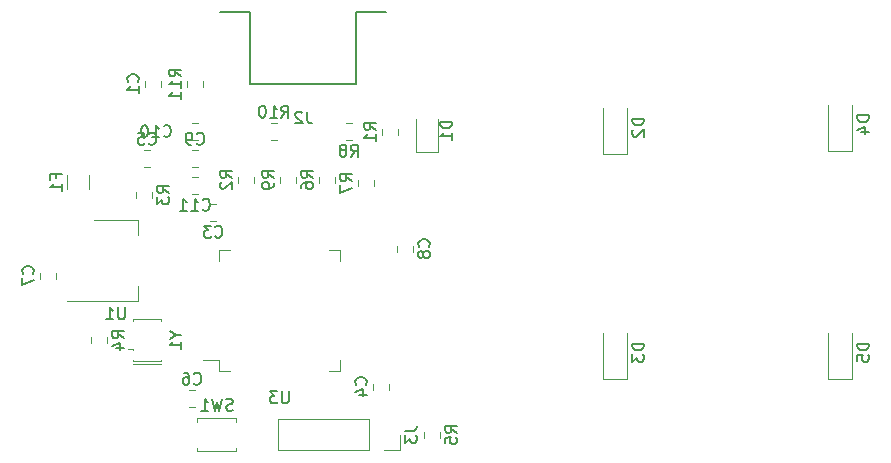
<source format=gbr>
G04 #@! TF.GenerationSoftware,KiCad,Pcbnew,5.1.0*
G04 #@! TF.CreationDate,2019-05-04T21:29:49+08:00*
G04 #@! TF.ProjectId,pcbtest,70636274-6573-4742-9e6b-696361645f70,rev?*
G04 #@! TF.SameCoordinates,Original*
G04 #@! TF.FileFunction,Legend,Bot*
G04 #@! TF.FilePolarity,Positive*
%FSLAX46Y46*%
G04 Gerber Fmt 4.6, Leading zero omitted, Abs format (unit mm)*
G04 Created by KiCad (PCBNEW 5.1.0) date 2019-05-04 21:29:49*
%MOMM*%
%LPD*%
G04 APERTURE LIST*
%ADD10C,0.120000*%
%ADD11C,0.200000*%
%ADD12C,0.150000*%
G04 APERTURE END LIST*
D10*
X177682000Y-96383000D02*
X178632000Y-96383000D01*
X178632000Y-96383000D02*
X178632000Y-97333000D01*
X169362000Y-96383000D02*
X168412000Y-96383000D01*
X168412000Y-96383000D02*
X168412000Y-97333000D01*
X177682000Y-106603000D02*
X178632000Y-106603000D01*
X178632000Y-106603000D02*
X178632000Y-105653000D01*
X169362000Y-106603000D02*
X168412000Y-106603000D01*
X168412000Y-106603000D02*
X168412000Y-105653000D01*
X168412000Y-105653000D02*
X167072000Y-105653000D01*
X162104000Y-82034748D02*
X162104000Y-82557252D01*
X163524000Y-82034748D02*
X163524000Y-82557252D01*
X167641748Y-93928000D02*
X168164252Y-93928000D01*
X167641748Y-92508000D02*
X168164252Y-92508000D01*
X182828000Y-107679748D02*
X182828000Y-108202252D01*
X181408000Y-107679748D02*
X181408000Y-108202252D01*
X162558252Y-87936000D02*
X162035748Y-87936000D01*
X162558252Y-89356000D02*
X162035748Y-89356000D01*
X166368252Y-108256000D02*
X165845748Y-108256000D01*
X166368252Y-109676000D02*
X165845748Y-109676000D01*
X154634000Y-98281748D02*
X154634000Y-98804252D01*
X153214000Y-98281748D02*
X153214000Y-98804252D01*
X183440000Y-96527252D02*
X183440000Y-96004748D01*
X184860000Y-96527252D02*
X184860000Y-96004748D01*
X166622252Y-87936000D02*
X166099748Y-87936000D01*
X166622252Y-89356000D02*
X166099748Y-89356000D01*
X166108748Y-85650000D02*
X166631252Y-85650000D01*
X166108748Y-87070000D02*
X166631252Y-87070000D01*
X166099748Y-91642000D02*
X166622252Y-91642000D01*
X166099748Y-90222000D02*
X166622252Y-90222000D01*
X186964200Y-85249400D02*
X186964200Y-88109400D01*
X186964200Y-88109400D02*
X185044200Y-88109400D01*
X185044200Y-88109400D02*
X185044200Y-85249400D01*
X202930000Y-88230000D02*
X200930000Y-88230000D01*
X200930000Y-88230000D02*
X200930000Y-84330000D01*
X202930000Y-88230000D02*
X202930000Y-84330000D01*
X202930000Y-107280000D02*
X202930000Y-103380000D01*
X200930000Y-107280000D02*
X200930000Y-103380000D01*
X202930000Y-107280000D02*
X200930000Y-107280000D01*
X221980000Y-87975000D02*
X219980000Y-87975000D01*
X219980000Y-87975000D02*
X219980000Y-84075000D01*
X221980000Y-87975000D02*
X221980000Y-84075000D01*
X221980000Y-107280000D02*
X221980000Y-103380000D01*
X219980000Y-107280000D02*
X219980000Y-103380000D01*
X221980000Y-107280000D02*
X219980000Y-107280000D01*
X155554000Y-90039436D02*
X155554000Y-91243564D01*
X157374000Y-90039436D02*
X157374000Y-91243564D01*
D11*
X168514000Y-76200000D02*
X171014000Y-76200000D01*
X182514000Y-76200000D02*
X180014000Y-76200000D01*
X180014000Y-82300000D02*
X171014000Y-82300000D01*
X180014000Y-82300000D02*
X180014000Y-76200000D01*
X171014000Y-82300000D02*
X171014000Y-76200000D01*
D10*
X182170000Y-86089748D02*
X182170000Y-86612252D01*
X183590000Y-86089748D02*
X183590000Y-86612252D01*
X171398000Y-90153748D02*
X171398000Y-90676252D01*
X169978000Y-90153748D02*
X169978000Y-90676252D01*
X161342000Y-91964252D02*
X161342000Y-91441748D01*
X162762000Y-91964252D02*
X162762000Y-91441748D01*
X157532000Y-104274252D02*
X157532000Y-103751748D01*
X158952000Y-104274252D02*
X158952000Y-103751748D01*
X187146000Y-112266252D02*
X187146000Y-111743748D01*
X185726000Y-112266252D02*
X185726000Y-111743748D01*
X178256000Y-90153748D02*
X178256000Y-90676252D01*
X176836000Y-90153748D02*
X176836000Y-90676252D01*
X181558000Y-90457498D02*
X181558000Y-90980002D01*
X180138000Y-90457498D02*
X180138000Y-90980002D01*
X179126248Y-87070000D02*
X179648752Y-87070000D01*
X179126248Y-85650000D02*
X179648752Y-85650000D01*
X173534000Y-90153748D02*
X173534000Y-90676252D01*
X174954000Y-90153748D02*
X174954000Y-90676252D01*
X173298752Y-87070000D02*
X172776248Y-87070000D01*
X173298752Y-85650000D02*
X172776248Y-85650000D01*
X167080000Y-82057498D02*
X167080000Y-82580002D01*
X165660000Y-82057498D02*
X165660000Y-82580002D01*
X169876000Y-113114000D02*
X169876000Y-113414000D01*
X169876000Y-113414000D02*
X166576000Y-113414000D01*
X166576000Y-113414000D02*
X166576000Y-113114000D01*
X169876000Y-110914000D02*
X169876000Y-110614000D01*
X169876000Y-110614000D02*
X166576000Y-110614000D01*
X166576000Y-110614000D02*
X166576000Y-110914000D01*
X161574000Y-93872000D02*
X161574000Y-95132000D01*
X161574000Y-100692000D02*
X161574000Y-99432000D01*
X157814000Y-93872000D02*
X161574000Y-93872000D01*
X155564000Y-100692000D02*
X161574000Y-100692000D01*
X173422000Y-113344000D02*
X173422000Y-110684000D01*
X181102000Y-113344000D02*
X173422000Y-113344000D01*
X181102000Y-110684000D02*
X173422000Y-110684000D01*
X181102000Y-113344000D02*
X181102000Y-110684000D01*
X182372000Y-113344000D02*
X183702000Y-113344000D01*
X183702000Y-113344000D02*
X183702000Y-112014000D01*
X163506000Y-102213000D02*
X161506000Y-102213000D01*
X161506000Y-105813000D02*
X163506000Y-105813000D01*
X161106000Y-104763000D02*
X160706000Y-104763000D01*
X163506000Y-106013000D02*
X161506000Y-106013000D01*
X161506000Y-102213000D02*
X161106000Y-102213000D01*
X161506000Y-105813000D02*
X161106000Y-105813000D01*
X161506000Y-106013000D02*
X161106000Y-106013000D01*
X163506000Y-105813000D02*
X163506000Y-105663000D01*
X161106000Y-105813000D02*
X161106000Y-105663000D01*
X161106000Y-104763000D02*
X161106000Y-104813000D01*
X161106000Y-102213000D02*
X161106000Y-102363000D01*
X163506000Y-102213000D02*
X163506000Y-102363000D01*
D12*
X174283904Y-108345380D02*
X174283904Y-109154904D01*
X174236285Y-109250142D01*
X174188666Y-109297761D01*
X174093428Y-109345380D01*
X173902952Y-109345380D01*
X173807714Y-109297761D01*
X173760095Y-109250142D01*
X173712476Y-109154904D01*
X173712476Y-108345380D01*
X173331523Y-108345380D02*
X172712476Y-108345380D01*
X173045809Y-108726333D01*
X172902952Y-108726333D01*
X172807714Y-108773952D01*
X172760095Y-108821571D01*
X172712476Y-108916809D01*
X172712476Y-109154904D01*
X172760095Y-109250142D01*
X172807714Y-109297761D01*
X172902952Y-109345380D01*
X173188666Y-109345380D01*
X173283904Y-109297761D01*
X173331523Y-109250142D01*
X161521142Y-82129333D02*
X161568761Y-82081714D01*
X161616380Y-81938857D01*
X161616380Y-81843619D01*
X161568761Y-81700761D01*
X161473523Y-81605523D01*
X161378285Y-81557904D01*
X161187809Y-81510285D01*
X161044952Y-81510285D01*
X160854476Y-81557904D01*
X160759238Y-81605523D01*
X160664000Y-81700761D01*
X160616380Y-81843619D01*
X160616380Y-81938857D01*
X160664000Y-82081714D01*
X160711619Y-82129333D01*
X161616380Y-83081714D02*
X161616380Y-82510285D01*
X161616380Y-82796000D02*
X160616380Y-82796000D01*
X160759238Y-82700761D01*
X160854476Y-82605523D01*
X160902095Y-82510285D01*
X168069666Y-95225142D02*
X168117285Y-95272761D01*
X168260142Y-95320380D01*
X168355380Y-95320380D01*
X168498238Y-95272761D01*
X168593476Y-95177523D01*
X168641095Y-95082285D01*
X168688714Y-94891809D01*
X168688714Y-94748952D01*
X168641095Y-94558476D01*
X168593476Y-94463238D01*
X168498238Y-94368000D01*
X168355380Y-94320380D01*
X168260142Y-94320380D01*
X168117285Y-94368000D01*
X168069666Y-94415619D01*
X167736333Y-94320380D02*
X167117285Y-94320380D01*
X167450619Y-94701333D01*
X167307761Y-94701333D01*
X167212523Y-94748952D01*
X167164904Y-94796571D01*
X167117285Y-94891809D01*
X167117285Y-95129904D01*
X167164904Y-95225142D01*
X167212523Y-95272761D01*
X167307761Y-95320380D01*
X167593476Y-95320380D01*
X167688714Y-95272761D01*
X167736333Y-95225142D01*
X180825142Y-107774333D02*
X180872761Y-107726714D01*
X180920380Y-107583857D01*
X180920380Y-107488619D01*
X180872761Y-107345761D01*
X180777523Y-107250523D01*
X180682285Y-107202904D01*
X180491809Y-107155285D01*
X180348952Y-107155285D01*
X180158476Y-107202904D01*
X180063238Y-107250523D01*
X179968000Y-107345761D01*
X179920380Y-107488619D01*
X179920380Y-107583857D01*
X179968000Y-107726714D01*
X180015619Y-107774333D01*
X180253714Y-108631476D02*
X180920380Y-108631476D01*
X179872761Y-108393380D02*
X180587047Y-108155285D01*
X180587047Y-108774333D01*
X162463666Y-87353142D02*
X162511285Y-87400761D01*
X162654142Y-87448380D01*
X162749380Y-87448380D01*
X162892238Y-87400761D01*
X162987476Y-87305523D01*
X163035095Y-87210285D01*
X163082714Y-87019809D01*
X163082714Y-86876952D01*
X163035095Y-86686476D01*
X162987476Y-86591238D01*
X162892238Y-86496000D01*
X162749380Y-86448380D01*
X162654142Y-86448380D01*
X162511285Y-86496000D01*
X162463666Y-86543619D01*
X161558904Y-86448380D02*
X162035095Y-86448380D01*
X162082714Y-86924571D01*
X162035095Y-86876952D01*
X161939857Y-86829333D01*
X161701761Y-86829333D01*
X161606523Y-86876952D01*
X161558904Y-86924571D01*
X161511285Y-87019809D01*
X161511285Y-87257904D01*
X161558904Y-87353142D01*
X161606523Y-87400761D01*
X161701761Y-87448380D01*
X161939857Y-87448380D01*
X162035095Y-87400761D01*
X162082714Y-87353142D01*
X166273666Y-107673142D02*
X166321285Y-107720761D01*
X166464142Y-107768380D01*
X166559380Y-107768380D01*
X166702238Y-107720761D01*
X166797476Y-107625523D01*
X166845095Y-107530285D01*
X166892714Y-107339809D01*
X166892714Y-107196952D01*
X166845095Y-107006476D01*
X166797476Y-106911238D01*
X166702238Y-106816000D01*
X166559380Y-106768380D01*
X166464142Y-106768380D01*
X166321285Y-106816000D01*
X166273666Y-106863619D01*
X165416523Y-106768380D02*
X165607000Y-106768380D01*
X165702238Y-106816000D01*
X165749857Y-106863619D01*
X165845095Y-107006476D01*
X165892714Y-107196952D01*
X165892714Y-107577904D01*
X165845095Y-107673142D01*
X165797476Y-107720761D01*
X165702238Y-107768380D01*
X165511761Y-107768380D01*
X165416523Y-107720761D01*
X165368904Y-107673142D01*
X165321285Y-107577904D01*
X165321285Y-107339809D01*
X165368904Y-107244571D01*
X165416523Y-107196952D01*
X165511761Y-107149333D01*
X165702238Y-107149333D01*
X165797476Y-107196952D01*
X165845095Y-107244571D01*
X165892714Y-107339809D01*
X152631142Y-98376333D02*
X152678761Y-98328714D01*
X152726380Y-98185857D01*
X152726380Y-98090619D01*
X152678761Y-97947761D01*
X152583523Y-97852523D01*
X152488285Y-97804904D01*
X152297809Y-97757285D01*
X152154952Y-97757285D01*
X151964476Y-97804904D01*
X151869238Y-97852523D01*
X151774000Y-97947761D01*
X151726380Y-98090619D01*
X151726380Y-98185857D01*
X151774000Y-98328714D01*
X151821619Y-98376333D01*
X151726380Y-98709666D02*
X151726380Y-99376333D01*
X152726380Y-98947761D01*
X186157142Y-96099333D02*
X186204761Y-96051714D01*
X186252380Y-95908857D01*
X186252380Y-95813619D01*
X186204761Y-95670761D01*
X186109523Y-95575523D01*
X186014285Y-95527904D01*
X185823809Y-95480285D01*
X185680952Y-95480285D01*
X185490476Y-95527904D01*
X185395238Y-95575523D01*
X185300000Y-95670761D01*
X185252380Y-95813619D01*
X185252380Y-95908857D01*
X185300000Y-96051714D01*
X185347619Y-96099333D01*
X185680952Y-96670761D02*
X185633333Y-96575523D01*
X185585714Y-96527904D01*
X185490476Y-96480285D01*
X185442857Y-96480285D01*
X185347619Y-96527904D01*
X185300000Y-96575523D01*
X185252380Y-96670761D01*
X185252380Y-96861238D01*
X185300000Y-96956476D01*
X185347619Y-97004095D01*
X185442857Y-97051714D01*
X185490476Y-97051714D01*
X185585714Y-97004095D01*
X185633333Y-96956476D01*
X185680952Y-96861238D01*
X185680952Y-96670761D01*
X185728571Y-96575523D01*
X185776190Y-96527904D01*
X185871428Y-96480285D01*
X186061904Y-96480285D01*
X186157142Y-96527904D01*
X186204761Y-96575523D01*
X186252380Y-96670761D01*
X186252380Y-96861238D01*
X186204761Y-96956476D01*
X186157142Y-97004095D01*
X186061904Y-97051714D01*
X185871428Y-97051714D01*
X185776190Y-97004095D01*
X185728571Y-96956476D01*
X185680952Y-96861238D01*
X166527666Y-87353142D02*
X166575285Y-87400761D01*
X166718142Y-87448380D01*
X166813380Y-87448380D01*
X166956238Y-87400761D01*
X167051476Y-87305523D01*
X167099095Y-87210285D01*
X167146714Y-87019809D01*
X167146714Y-86876952D01*
X167099095Y-86686476D01*
X167051476Y-86591238D01*
X166956238Y-86496000D01*
X166813380Y-86448380D01*
X166718142Y-86448380D01*
X166575285Y-86496000D01*
X166527666Y-86543619D01*
X166051476Y-87448380D02*
X165861000Y-87448380D01*
X165765761Y-87400761D01*
X165718142Y-87353142D01*
X165622904Y-87210285D01*
X165575285Y-87019809D01*
X165575285Y-86638857D01*
X165622904Y-86543619D01*
X165670523Y-86496000D01*
X165765761Y-86448380D01*
X165956238Y-86448380D01*
X166051476Y-86496000D01*
X166099095Y-86543619D01*
X166146714Y-86638857D01*
X166146714Y-86876952D01*
X166099095Y-86972190D01*
X166051476Y-87019809D01*
X165956238Y-87067428D01*
X165765761Y-87067428D01*
X165670523Y-87019809D01*
X165622904Y-86972190D01*
X165575285Y-86876952D01*
X163710857Y-86717142D02*
X163758476Y-86764761D01*
X163901333Y-86812380D01*
X163996571Y-86812380D01*
X164139428Y-86764761D01*
X164234666Y-86669523D01*
X164282285Y-86574285D01*
X164329904Y-86383809D01*
X164329904Y-86240952D01*
X164282285Y-86050476D01*
X164234666Y-85955238D01*
X164139428Y-85860000D01*
X163996571Y-85812380D01*
X163901333Y-85812380D01*
X163758476Y-85860000D01*
X163710857Y-85907619D01*
X162758476Y-86812380D02*
X163329904Y-86812380D01*
X163044190Y-86812380D02*
X163044190Y-85812380D01*
X163139428Y-85955238D01*
X163234666Y-86050476D01*
X163329904Y-86098095D01*
X162139428Y-85812380D02*
X162044190Y-85812380D01*
X161948952Y-85860000D01*
X161901333Y-85907619D01*
X161853714Y-86002857D01*
X161806095Y-86193333D01*
X161806095Y-86431428D01*
X161853714Y-86621904D01*
X161901333Y-86717142D01*
X161948952Y-86764761D01*
X162044190Y-86812380D01*
X162139428Y-86812380D01*
X162234666Y-86764761D01*
X162282285Y-86717142D01*
X162329904Y-86621904D01*
X162377523Y-86431428D01*
X162377523Y-86193333D01*
X162329904Y-86002857D01*
X162282285Y-85907619D01*
X162234666Y-85860000D01*
X162139428Y-85812380D01*
X167003857Y-92939142D02*
X167051476Y-92986761D01*
X167194333Y-93034380D01*
X167289571Y-93034380D01*
X167432428Y-92986761D01*
X167527666Y-92891523D01*
X167575285Y-92796285D01*
X167622904Y-92605809D01*
X167622904Y-92462952D01*
X167575285Y-92272476D01*
X167527666Y-92177238D01*
X167432428Y-92082000D01*
X167289571Y-92034380D01*
X167194333Y-92034380D01*
X167051476Y-92082000D01*
X167003857Y-92129619D01*
X166051476Y-93034380D02*
X166622904Y-93034380D01*
X166337190Y-93034380D02*
X166337190Y-92034380D01*
X166432428Y-92177238D01*
X166527666Y-92272476D01*
X166622904Y-92320095D01*
X165099095Y-93034380D02*
X165670523Y-93034380D01*
X165384809Y-93034380D02*
X165384809Y-92034380D01*
X165480047Y-92177238D01*
X165575285Y-92272476D01*
X165670523Y-92320095D01*
X188106580Y-85511304D02*
X187106580Y-85511304D01*
X187106580Y-85749400D01*
X187154200Y-85892257D01*
X187249438Y-85987495D01*
X187344676Y-86035114D01*
X187535152Y-86082733D01*
X187678009Y-86082733D01*
X187868485Y-86035114D01*
X187963723Y-85987495D01*
X188058961Y-85892257D01*
X188106580Y-85749400D01*
X188106580Y-85511304D01*
X188106580Y-87035114D02*
X188106580Y-86463685D01*
X188106580Y-86749400D02*
X187106580Y-86749400D01*
X187249438Y-86654161D01*
X187344676Y-86558923D01*
X187392295Y-86463685D01*
X204382380Y-85241904D02*
X203382380Y-85241904D01*
X203382380Y-85480000D01*
X203430000Y-85622857D01*
X203525238Y-85718095D01*
X203620476Y-85765714D01*
X203810952Y-85813333D01*
X203953809Y-85813333D01*
X204144285Y-85765714D01*
X204239523Y-85718095D01*
X204334761Y-85622857D01*
X204382380Y-85480000D01*
X204382380Y-85241904D01*
X203477619Y-86194285D02*
X203430000Y-86241904D01*
X203382380Y-86337142D01*
X203382380Y-86575238D01*
X203430000Y-86670476D01*
X203477619Y-86718095D01*
X203572857Y-86765714D01*
X203668095Y-86765714D01*
X203810952Y-86718095D01*
X204382380Y-86146666D01*
X204382380Y-86765714D01*
X204382380Y-104291904D02*
X203382380Y-104291904D01*
X203382380Y-104530000D01*
X203430000Y-104672857D01*
X203525238Y-104768095D01*
X203620476Y-104815714D01*
X203810952Y-104863333D01*
X203953809Y-104863333D01*
X204144285Y-104815714D01*
X204239523Y-104768095D01*
X204334761Y-104672857D01*
X204382380Y-104530000D01*
X204382380Y-104291904D01*
X203382380Y-105196666D02*
X203382380Y-105815714D01*
X203763333Y-105482380D01*
X203763333Y-105625238D01*
X203810952Y-105720476D01*
X203858571Y-105768095D01*
X203953809Y-105815714D01*
X204191904Y-105815714D01*
X204287142Y-105768095D01*
X204334761Y-105720476D01*
X204382380Y-105625238D01*
X204382380Y-105339523D01*
X204334761Y-105244285D01*
X204287142Y-105196666D01*
X223432380Y-84986904D02*
X222432380Y-84986904D01*
X222432380Y-85225000D01*
X222480000Y-85367857D01*
X222575238Y-85463095D01*
X222670476Y-85510714D01*
X222860952Y-85558333D01*
X223003809Y-85558333D01*
X223194285Y-85510714D01*
X223289523Y-85463095D01*
X223384761Y-85367857D01*
X223432380Y-85225000D01*
X223432380Y-84986904D01*
X222765714Y-86415476D02*
X223432380Y-86415476D01*
X222384761Y-86177380D02*
X223099047Y-85939285D01*
X223099047Y-86558333D01*
X223432380Y-104291904D02*
X222432380Y-104291904D01*
X222432380Y-104530000D01*
X222480000Y-104672857D01*
X222575238Y-104768095D01*
X222670476Y-104815714D01*
X222860952Y-104863333D01*
X223003809Y-104863333D01*
X223194285Y-104815714D01*
X223289523Y-104768095D01*
X223384761Y-104672857D01*
X223432380Y-104530000D01*
X223432380Y-104291904D01*
X222432380Y-105768095D02*
X222432380Y-105291904D01*
X222908571Y-105244285D01*
X222860952Y-105291904D01*
X222813333Y-105387142D01*
X222813333Y-105625238D01*
X222860952Y-105720476D01*
X222908571Y-105768095D01*
X223003809Y-105815714D01*
X223241904Y-105815714D01*
X223337142Y-105768095D01*
X223384761Y-105720476D01*
X223432380Y-105625238D01*
X223432380Y-105387142D01*
X223384761Y-105291904D01*
X223337142Y-105244285D01*
X154572571Y-90308166D02*
X154572571Y-89974833D01*
X155096380Y-89974833D02*
X154096380Y-89974833D01*
X154096380Y-90451023D01*
X155096380Y-91355785D02*
X155096380Y-90784357D01*
X155096380Y-91070071D02*
X154096380Y-91070071D01*
X154239238Y-90974833D01*
X154334476Y-90879595D01*
X154382095Y-90784357D01*
X175847333Y-84652380D02*
X175847333Y-85366666D01*
X175894952Y-85509523D01*
X175990190Y-85604761D01*
X176133047Y-85652380D01*
X176228285Y-85652380D01*
X175418761Y-84747619D02*
X175371142Y-84700000D01*
X175275904Y-84652380D01*
X175037809Y-84652380D01*
X174942571Y-84700000D01*
X174894952Y-84747619D01*
X174847333Y-84842857D01*
X174847333Y-84938095D01*
X174894952Y-85080952D01*
X175466380Y-85652380D01*
X174847333Y-85652380D01*
X181682380Y-86184333D02*
X181206190Y-85851000D01*
X181682380Y-85612904D02*
X180682380Y-85612904D01*
X180682380Y-85993857D01*
X180730000Y-86089095D01*
X180777619Y-86136714D01*
X180872857Y-86184333D01*
X181015714Y-86184333D01*
X181110952Y-86136714D01*
X181158571Y-86089095D01*
X181206190Y-85993857D01*
X181206190Y-85612904D01*
X181682380Y-87136714D02*
X181682380Y-86565285D01*
X181682380Y-86851000D02*
X180682380Y-86851000D01*
X180825238Y-86755761D01*
X180920476Y-86660523D01*
X180968095Y-86565285D01*
X169490380Y-90248333D02*
X169014190Y-89915000D01*
X169490380Y-89676904D02*
X168490380Y-89676904D01*
X168490380Y-90057857D01*
X168538000Y-90153095D01*
X168585619Y-90200714D01*
X168680857Y-90248333D01*
X168823714Y-90248333D01*
X168918952Y-90200714D01*
X168966571Y-90153095D01*
X169014190Y-90057857D01*
X169014190Y-89676904D01*
X168585619Y-90629285D02*
X168538000Y-90676904D01*
X168490380Y-90772142D01*
X168490380Y-91010238D01*
X168538000Y-91105476D01*
X168585619Y-91153095D01*
X168680857Y-91200714D01*
X168776095Y-91200714D01*
X168918952Y-91153095D01*
X169490380Y-90581666D01*
X169490380Y-91200714D01*
X164154380Y-91536333D02*
X163678190Y-91203000D01*
X164154380Y-90964904D02*
X163154380Y-90964904D01*
X163154380Y-91345857D01*
X163202000Y-91441095D01*
X163249619Y-91488714D01*
X163344857Y-91536333D01*
X163487714Y-91536333D01*
X163582952Y-91488714D01*
X163630571Y-91441095D01*
X163678190Y-91345857D01*
X163678190Y-90964904D01*
X163154380Y-91869666D02*
X163154380Y-92488714D01*
X163535333Y-92155380D01*
X163535333Y-92298238D01*
X163582952Y-92393476D01*
X163630571Y-92441095D01*
X163725809Y-92488714D01*
X163963904Y-92488714D01*
X164059142Y-92441095D01*
X164106761Y-92393476D01*
X164154380Y-92298238D01*
X164154380Y-92012523D01*
X164106761Y-91917285D01*
X164059142Y-91869666D01*
X160344380Y-103846333D02*
X159868190Y-103513000D01*
X160344380Y-103274904D02*
X159344380Y-103274904D01*
X159344380Y-103655857D01*
X159392000Y-103751095D01*
X159439619Y-103798714D01*
X159534857Y-103846333D01*
X159677714Y-103846333D01*
X159772952Y-103798714D01*
X159820571Y-103751095D01*
X159868190Y-103655857D01*
X159868190Y-103274904D01*
X159677714Y-104703476D02*
X160344380Y-104703476D01*
X159296761Y-104465380D02*
X160011047Y-104227285D01*
X160011047Y-104846333D01*
X188538380Y-111838333D02*
X188062190Y-111505000D01*
X188538380Y-111266904D02*
X187538380Y-111266904D01*
X187538380Y-111647857D01*
X187586000Y-111743095D01*
X187633619Y-111790714D01*
X187728857Y-111838333D01*
X187871714Y-111838333D01*
X187966952Y-111790714D01*
X188014571Y-111743095D01*
X188062190Y-111647857D01*
X188062190Y-111266904D01*
X187538380Y-112743095D02*
X187538380Y-112266904D01*
X188014571Y-112219285D01*
X187966952Y-112266904D01*
X187919333Y-112362142D01*
X187919333Y-112600238D01*
X187966952Y-112695476D01*
X188014571Y-112743095D01*
X188109809Y-112790714D01*
X188347904Y-112790714D01*
X188443142Y-112743095D01*
X188490761Y-112695476D01*
X188538380Y-112600238D01*
X188538380Y-112362142D01*
X188490761Y-112266904D01*
X188443142Y-112219285D01*
X176348380Y-90248333D02*
X175872190Y-89915000D01*
X176348380Y-89676904D02*
X175348380Y-89676904D01*
X175348380Y-90057857D01*
X175396000Y-90153095D01*
X175443619Y-90200714D01*
X175538857Y-90248333D01*
X175681714Y-90248333D01*
X175776952Y-90200714D01*
X175824571Y-90153095D01*
X175872190Y-90057857D01*
X175872190Y-89676904D01*
X175348380Y-91105476D02*
X175348380Y-90915000D01*
X175396000Y-90819761D01*
X175443619Y-90772142D01*
X175586476Y-90676904D01*
X175776952Y-90629285D01*
X176157904Y-90629285D01*
X176253142Y-90676904D01*
X176300761Y-90724523D01*
X176348380Y-90819761D01*
X176348380Y-91010238D01*
X176300761Y-91105476D01*
X176253142Y-91153095D01*
X176157904Y-91200714D01*
X175919809Y-91200714D01*
X175824571Y-91153095D01*
X175776952Y-91105476D01*
X175729333Y-91010238D01*
X175729333Y-90819761D01*
X175776952Y-90724523D01*
X175824571Y-90676904D01*
X175919809Y-90629285D01*
X179650380Y-90552083D02*
X179174190Y-90218750D01*
X179650380Y-89980654D02*
X178650380Y-89980654D01*
X178650380Y-90361607D01*
X178698000Y-90456845D01*
X178745619Y-90504464D01*
X178840857Y-90552083D01*
X178983714Y-90552083D01*
X179078952Y-90504464D01*
X179126571Y-90456845D01*
X179174190Y-90361607D01*
X179174190Y-89980654D01*
X178650380Y-90885416D02*
X178650380Y-91552083D01*
X179650380Y-91123511D01*
X179554166Y-88462380D02*
X179887500Y-87986190D01*
X180125595Y-88462380D02*
X180125595Y-87462380D01*
X179744642Y-87462380D01*
X179649404Y-87510000D01*
X179601785Y-87557619D01*
X179554166Y-87652857D01*
X179554166Y-87795714D01*
X179601785Y-87890952D01*
X179649404Y-87938571D01*
X179744642Y-87986190D01*
X180125595Y-87986190D01*
X178982738Y-87890952D02*
X179077976Y-87843333D01*
X179125595Y-87795714D01*
X179173214Y-87700476D01*
X179173214Y-87652857D01*
X179125595Y-87557619D01*
X179077976Y-87510000D01*
X178982738Y-87462380D01*
X178792261Y-87462380D01*
X178697023Y-87510000D01*
X178649404Y-87557619D01*
X178601785Y-87652857D01*
X178601785Y-87700476D01*
X178649404Y-87795714D01*
X178697023Y-87843333D01*
X178792261Y-87890952D01*
X178982738Y-87890952D01*
X179077976Y-87938571D01*
X179125595Y-87986190D01*
X179173214Y-88081428D01*
X179173214Y-88271904D01*
X179125595Y-88367142D01*
X179077976Y-88414761D01*
X178982738Y-88462380D01*
X178792261Y-88462380D01*
X178697023Y-88414761D01*
X178649404Y-88367142D01*
X178601785Y-88271904D01*
X178601785Y-88081428D01*
X178649404Y-87986190D01*
X178697023Y-87938571D01*
X178792261Y-87890952D01*
X173046380Y-90248333D02*
X172570190Y-89915000D01*
X173046380Y-89676904D02*
X172046380Y-89676904D01*
X172046380Y-90057857D01*
X172094000Y-90153095D01*
X172141619Y-90200714D01*
X172236857Y-90248333D01*
X172379714Y-90248333D01*
X172474952Y-90200714D01*
X172522571Y-90153095D01*
X172570190Y-90057857D01*
X172570190Y-89676904D01*
X173046380Y-90724523D02*
X173046380Y-90915000D01*
X172998761Y-91010238D01*
X172951142Y-91057857D01*
X172808285Y-91153095D01*
X172617809Y-91200714D01*
X172236857Y-91200714D01*
X172141619Y-91153095D01*
X172094000Y-91105476D01*
X172046380Y-91010238D01*
X172046380Y-90819761D01*
X172094000Y-90724523D01*
X172141619Y-90676904D01*
X172236857Y-90629285D01*
X172474952Y-90629285D01*
X172570190Y-90676904D01*
X172617809Y-90724523D01*
X172665428Y-90819761D01*
X172665428Y-91010238D01*
X172617809Y-91105476D01*
X172570190Y-91153095D01*
X172474952Y-91200714D01*
X173680357Y-85162380D02*
X174013690Y-84686190D01*
X174251785Y-85162380D02*
X174251785Y-84162380D01*
X173870833Y-84162380D01*
X173775595Y-84210000D01*
X173727976Y-84257619D01*
X173680357Y-84352857D01*
X173680357Y-84495714D01*
X173727976Y-84590952D01*
X173775595Y-84638571D01*
X173870833Y-84686190D01*
X174251785Y-84686190D01*
X172727976Y-85162380D02*
X173299404Y-85162380D01*
X173013690Y-85162380D02*
X173013690Y-84162380D01*
X173108928Y-84305238D01*
X173204166Y-84400476D01*
X173299404Y-84448095D01*
X172108928Y-84162380D02*
X172013690Y-84162380D01*
X171918452Y-84210000D01*
X171870833Y-84257619D01*
X171823214Y-84352857D01*
X171775595Y-84543333D01*
X171775595Y-84781428D01*
X171823214Y-84971904D01*
X171870833Y-85067142D01*
X171918452Y-85114761D01*
X172013690Y-85162380D01*
X172108928Y-85162380D01*
X172204166Y-85114761D01*
X172251785Y-85067142D01*
X172299404Y-84971904D01*
X172347023Y-84781428D01*
X172347023Y-84543333D01*
X172299404Y-84352857D01*
X172251785Y-84257619D01*
X172204166Y-84210000D01*
X172108928Y-84162380D01*
X165172380Y-81675892D02*
X164696190Y-81342559D01*
X165172380Y-81104464D02*
X164172380Y-81104464D01*
X164172380Y-81485416D01*
X164220000Y-81580654D01*
X164267619Y-81628273D01*
X164362857Y-81675892D01*
X164505714Y-81675892D01*
X164600952Y-81628273D01*
X164648571Y-81580654D01*
X164696190Y-81485416D01*
X164696190Y-81104464D01*
X165172380Y-82628273D02*
X165172380Y-82056845D01*
X165172380Y-82342559D02*
X164172380Y-82342559D01*
X164315238Y-82247321D01*
X164410476Y-82152083D01*
X164458095Y-82056845D01*
X165172380Y-83580654D02*
X165172380Y-83009226D01*
X165172380Y-83294940D02*
X164172380Y-83294940D01*
X164315238Y-83199702D01*
X164410476Y-83104464D01*
X164458095Y-83009226D01*
X169559333Y-109918761D02*
X169416476Y-109966380D01*
X169178380Y-109966380D01*
X169083142Y-109918761D01*
X169035523Y-109871142D01*
X168987904Y-109775904D01*
X168987904Y-109680666D01*
X169035523Y-109585428D01*
X169083142Y-109537809D01*
X169178380Y-109490190D01*
X169368857Y-109442571D01*
X169464095Y-109394952D01*
X169511714Y-109347333D01*
X169559333Y-109252095D01*
X169559333Y-109156857D01*
X169511714Y-109061619D01*
X169464095Y-109014000D01*
X169368857Y-108966380D01*
X169130761Y-108966380D01*
X168987904Y-109014000D01*
X168654571Y-108966380D02*
X168416476Y-109966380D01*
X168226000Y-109252095D01*
X168035523Y-109966380D01*
X167797428Y-108966380D01*
X166892666Y-109966380D02*
X167464095Y-109966380D01*
X167178380Y-109966380D02*
X167178380Y-108966380D01*
X167273619Y-109109238D01*
X167368857Y-109204476D01*
X167464095Y-109252095D01*
X160425904Y-101234380D02*
X160425904Y-102043904D01*
X160378285Y-102139142D01*
X160330666Y-102186761D01*
X160235428Y-102234380D01*
X160044952Y-102234380D01*
X159949714Y-102186761D01*
X159902095Y-102139142D01*
X159854476Y-102043904D01*
X159854476Y-101234380D01*
X158854476Y-102234380D02*
X159425904Y-102234380D01*
X159140190Y-102234380D02*
X159140190Y-101234380D01*
X159235428Y-101377238D01*
X159330666Y-101472476D01*
X159425904Y-101520095D01*
X184154380Y-111680666D02*
X184868666Y-111680666D01*
X185011523Y-111633047D01*
X185106761Y-111537809D01*
X185154380Y-111394952D01*
X185154380Y-111299714D01*
X184154380Y-112061619D02*
X184154380Y-112680666D01*
X184535333Y-112347333D01*
X184535333Y-112490190D01*
X184582952Y-112585428D01*
X184630571Y-112633047D01*
X184725809Y-112680666D01*
X184963904Y-112680666D01*
X185059142Y-112633047D01*
X185106761Y-112585428D01*
X185154380Y-112490190D01*
X185154380Y-112204476D01*
X185106761Y-112109238D01*
X185059142Y-112061619D01*
X164732190Y-103536809D02*
X165208380Y-103536809D01*
X164208380Y-103203476D02*
X164732190Y-103536809D01*
X164208380Y-103870142D01*
X165208380Y-104727285D02*
X165208380Y-104155857D01*
X165208380Y-104441571D02*
X164208380Y-104441571D01*
X164351238Y-104346333D01*
X164446476Y-104251095D01*
X164494095Y-104155857D01*
M02*

</source>
